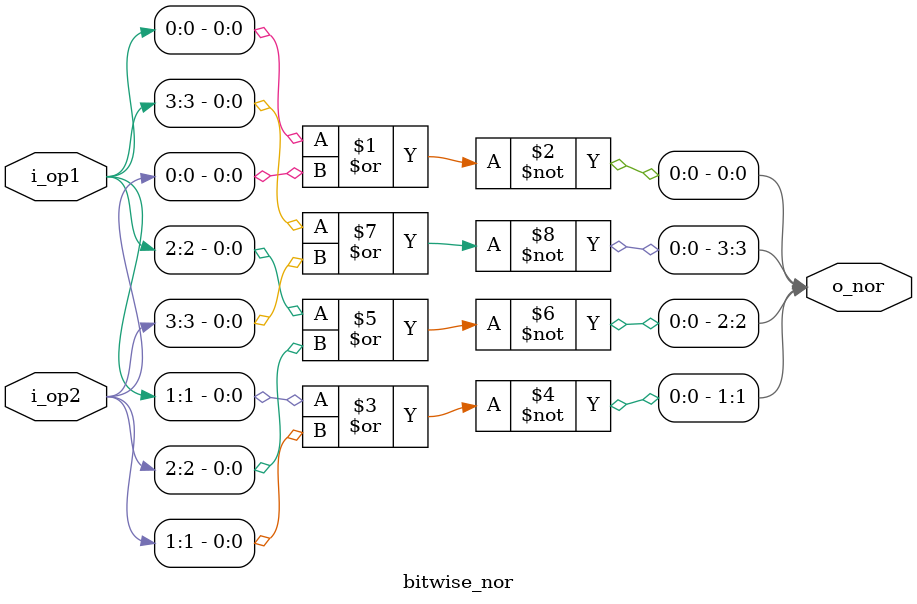
<source format=v>
`timescale 1 ns /1 ps

module bitwise_nor(i_op1, i_op2, o_nor);

	input	[ 3:0] i_op1, i_op2;
	output	[ 3:0] o_nor;

	genvar i;

	generate
		for (i=0; i<4; i=i+1) begin:not_or
			nor n (o_nor[i],i_op1[i],i_op2[i]);
		end //nor
	endgenerate

endmodule
</source>
